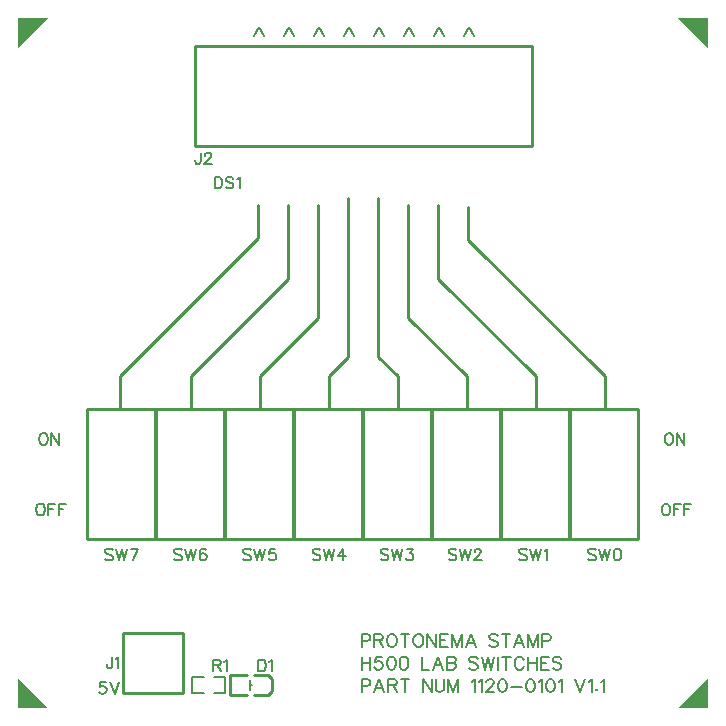
<source format=gto>
G04 Layer: TopSilkscreenLayer*
G04 Panelize: Stamp Hole, Column: 2, Row: 2, Board Size: 58.42mm x 58.42mm, Panelized Board Size: 120.84mm x 120.84mm*
G04 EasyEDA v6.5.34, 2023-08-03 19:46:35*
G04 af00140a598446819584b723e16838dc,5a6b42c53f6a479593ecc07194224c93,10*
G04 Gerber Generator version 0.2*
G04 Scale: 100 percent, Rotated: No, Reflected: No *
G04 Dimensions in millimeters *
G04 leading zeros omitted , absolute positions ,4 integer and 5 decimal *
%FSLAX45Y45*%
%MOMM*%

%ADD10C,0.1524*%
%ADD11C,0.2540*%
%ADD12C,0.2030*%

%LPD*%
D10*
X1995406Y5689490D02*
G01*
X2036554Y5762388D01*
X2077450Y5689490D01*
X2249406Y5689490D02*
G01*
X2290554Y5762388D01*
X2331448Y5689490D01*
X2503406Y5689490D02*
G01*
X2544554Y5762388D01*
X2585448Y5689490D01*
X2757406Y5689490D02*
G01*
X2798554Y5762388D01*
X2839448Y5689490D01*
X3011406Y5689490D02*
G01*
X3052554Y5762388D01*
X3093448Y5689490D01*
X3265406Y5689490D02*
G01*
X3306554Y5762388D01*
X3347448Y5689490D01*
X3519406Y5689490D02*
G01*
X3560554Y5762388D01*
X3601448Y5689490D01*
X1663694Y4495055D02*
G01*
X1663694Y4399551D01*
X1663694Y4495055D02*
G01*
X1695444Y4495055D01*
X1709160Y4490483D01*
X1718304Y4481339D01*
X1722876Y4472449D01*
X1727448Y4458733D01*
X1727448Y4436127D01*
X1722876Y4422411D01*
X1718304Y4413267D01*
X1709160Y4404123D01*
X1695444Y4399551D01*
X1663694Y4399551D01*
X1820920Y4481339D02*
G01*
X1811776Y4490483D01*
X1798314Y4495055D01*
X1780026Y4495055D01*
X1766310Y4490483D01*
X1757420Y4481339D01*
X1757420Y4472449D01*
X1761992Y4463305D01*
X1766310Y4458733D01*
X1775454Y4454161D01*
X1802886Y4445017D01*
X1811776Y4440445D01*
X1816348Y4436127D01*
X1820920Y4426983D01*
X1820920Y4413267D01*
X1811776Y4404123D01*
X1798314Y4399551D01*
X1780026Y4399551D01*
X1766310Y4404123D01*
X1757420Y4413267D01*
X1850892Y4477021D02*
G01*
X1860036Y4481339D01*
X1873752Y4495055D01*
X1873752Y4399551D01*
X3773406Y5689490D02*
G01*
X3814554Y5762388D01*
X3855448Y5689490D01*
X1544063Y4698227D02*
G01*
X1544063Y4625583D01*
X1539491Y4611867D01*
X1534919Y4607295D01*
X1525775Y4602723D01*
X1516885Y4602723D01*
X1507741Y4607295D01*
X1503169Y4611867D01*
X1498597Y4625583D01*
X1498597Y4634727D01*
X1578607Y4675621D02*
G01*
X1578607Y4680193D01*
X1583179Y4689083D01*
X1587751Y4693655D01*
X1596895Y4698227D01*
X1614929Y4698227D01*
X1624073Y4693655D01*
X1628645Y4689083D01*
X1633217Y4680193D01*
X1633217Y4671049D01*
X1628645Y4661905D01*
X1619501Y4648189D01*
X1574035Y4602723D01*
X1637789Y4602723D01*
X2556535Y1331970D02*
G01*
X2547391Y1340860D01*
X2533675Y1345432D01*
X2515641Y1345432D01*
X2501925Y1340860D01*
X2492781Y1331970D01*
X2492781Y1322826D01*
X2497353Y1313682D01*
X2501925Y1309110D01*
X2511069Y1304538D01*
X2538247Y1295394D01*
X2547391Y1291076D01*
X2551963Y1286504D01*
X2556535Y1277360D01*
X2556535Y1263644D01*
X2547391Y1254500D01*
X2533675Y1249928D01*
X2515641Y1249928D01*
X2501925Y1254500D01*
X2492781Y1263644D01*
X2586507Y1345432D02*
G01*
X2609367Y1249928D01*
X2631973Y1345432D02*
G01*
X2609367Y1249928D01*
X2631973Y1345432D02*
G01*
X2654579Y1249928D01*
X2677439Y1345432D02*
G01*
X2654579Y1249928D01*
X2752877Y1345432D02*
G01*
X2707411Y1281932D01*
X2775483Y1281932D01*
X2752877Y1345432D02*
G01*
X2752877Y1249928D01*
X179578Y1726435D02*
G01*
X170687Y1721863D01*
X161544Y1712973D01*
X156971Y1703829D01*
X152400Y1690113D01*
X152400Y1667507D01*
X156971Y1653791D01*
X161544Y1644647D01*
X170687Y1635503D01*
X179578Y1630931D01*
X197865Y1630931D01*
X207010Y1635503D01*
X216154Y1644647D01*
X220471Y1653791D01*
X225044Y1667507D01*
X225044Y1690113D01*
X220471Y1703829D01*
X216154Y1712973D01*
X207010Y1721863D01*
X197865Y1726435D01*
X179578Y1726435D01*
X255015Y1726435D02*
G01*
X255015Y1630931D01*
X255015Y1726435D02*
G01*
X314197Y1726435D01*
X255015Y1680969D02*
G01*
X291592Y1680969D01*
X344170Y1726435D02*
G01*
X344170Y1630931D01*
X344170Y1726435D02*
G01*
X403352Y1726435D01*
X344170Y1680969D02*
G01*
X380492Y1680969D01*
X204978Y2323332D02*
G01*
X196087Y2318760D01*
X186944Y2309870D01*
X182371Y2300726D01*
X177800Y2287010D01*
X177800Y2264404D01*
X182371Y2250688D01*
X186944Y2241544D01*
X196087Y2232400D01*
X204978Y2227828D01*
X223265Y2227828D01*
X232410Y2232400D01*
X241554Y2241544D01*
X245871Y2250688D01*
X250444Y2264404D01*
X250444Y2287010D01*
X245871Y2300726D01*
X241554Y2309870D01*
X232410Y2318760D01*
X223265Y2323332D01*
X204978Y2323332D01*
X280415Y2323332D02*
G01*
X280415Y2227828D01*
X280415Y2323332D02*
G01*
X344170Y2227828D01*
X344170Y2323332D02*
G01*
X344170Y2227828D01*
X5500857Y2323330D02*
G01*
X5491967Y2318758D01*
X5482823Y2309868D01*
X5478251Y2300724D01*
X5473679Y2287008D01*
X5473679Y2264402D01*
X5478251Y2250686D01*
X5482823Y2241542D01*
X5491967Y2232398D01*
X5500857Y2227826D01*
X5519145Y2227826D01*
X5528289Y2232398D01*
X5537433Y2241542D01*
X5541751Y2250686D01*
X5546323Y2264402D01*
X5546323Y2287008D01*
X5541751Y2300724D01*
X5537433Y2309868D01*
X5528289Y2318758D01*
X5519145Y2323330D01*
X5500857Y2323330D01*
X5576295Y2323330D02*
G01*
X5576295Y2227826D01*
X5576295Y2323330D02*
G01*
X5640049Y2227826D01*
X5640049Y2323330D02*
G01*
X5640049Y2227826D01*
X5475467Y1726488D02*
G01*
X5466577Y1721916D01*
X5457433Y1712772D01*
X5452861Y1703882D01*
X5448289Y1690166D01*
X5448289Y1667306D01*
X5452861Y1653844D01*
X5457433Y1644700D01*
X5466577Y1635556D01*
X5475467Y1630984D01*
X5493755Y1630984D01*
X5502899Y1635556D01*
X5511789Y1644700D01*
X5516361Y1653844D01*
X5520933Y1667306D01*
X5520933Y1690166D01*
X5516361Y1703882D01*
X5511789Y1712772D01*
X5502899Y1721916D01*
X5493755Y1726488D01*
X5475467Y1726488D01*
X5550905Y1726488D02*
G01*
X5550905Y1630984D01*
X5550905Y1726488D02*
G01*
X5610087Y1726488D01*
X5550905Y1681022D02*
G01*
X5587481Y1681022D01*
X5640059Y1726488D02*
G01*
X5640059Y1630984D01*
X5640059Y1726488D02*
G01*
X5699241Y1726488D01*
X5640059Y1681022D02*
G01*
X5676381Y1681022D01*
X3131565Y1331976D02*
G01*
X3122422Y1340865D01*
X3108706Y1345437D01*
X3090672Y1345437D01*
X3076956Y1340865D01*
X3067811Y1331976D01*
X3067811Y1322831D01*
X3072384Y1313687D01*
X3076956Y1309115D01*
X3086100Y1304544D01*
X3113277Y1295400D01*
X3122422Y1291081D01*
X3126993Y1286510D01*
X3131565Y1277365D01*
X3131565Y1263650D01*
X3122422Y1254505D01*
X3108706Y1249934D01*
X3090672Y1249934D01*
X3076956Y1254505D01*
X3067811Y1263650D01*
X3161538Y1345437D02*
G01*
X3184143Y1249934D01*
X3207004Y1345437D02*
G01*
X3184143Y1249934D01*
X3207004Y1345437D02*
G01*
X3229609Y1249934D01*
X3252470Y1345437D02*
G01*
X3229609Y1249934D01*
X3291586Y1345437D02*
G01*
X3341624Y1345437D01*
X3314191Y1309115D01*
X3327908Y1309115D01*
X3337052Y1304544D01*
X3341624Y1299971D01*
X3345941Y1286510D01*
X3345941Y1277365D01*
X3341624Y1263650D01*
X3332479Y1254505D01*
X3318763Y1249934D01*
X3305047Y1249934D01*
X3291586Y1254505D01*
X3287013Y1259078D01*
X3282441Y1268221D01*
X3708646Y1331973D02*
G01*
X3699502Y1340863D01*
X3685786Y1345435D01*
X3667752Y1345435D01*
X3654036Y1340863D01*
X3644892Y1331973D01*
X3644892Y1322829D01*
X3649464Y1313685D01*
X3654036Y1309113D01*
X3663180Y1304541D01*
X3690358Y1295397D01*
X3699502Y1291079D01*
X3704074Y1286507D01*
X3708646Y1277363D01*
X3708646Y1263647D01*
X3699502Y1254503D01*
X3685786Y1249931D01*
X3667752Y1249931D01*
X3654036Y1254503D01*
X3644892Y1263647D01*
X3738618Y1345435D02*
G01*
X3761224Y1249931D01*
X3784084Y1345435D02*
G01*
X3761224Y1249931D01*
X3784084Y1345435D02*
G01*
X3806690Y1249931D01*
X3829550Y1345435D02*
G01*
X3806690Y1249931D01*
X3864094Y1322829D02*
G01*
X3864094Y1327401D01*
X3868412Y1336291D01*
X3872984Y1340863D01*
X3882128Y1345435D01*
X3900416Y1345435D01*
X3909560Y1340863D01*
X3913878Y1336291D01*
X3918450Y1327401D01*
X3918450Y1318257D01*
X3913878Y1309113D01*
X3904988Y1295397D01*
X3859522Y1249931D01*
X3923022Y1249931D01*
X4305343Y1331973D02*
G01*
X4296453Y1340863D01*
X4282737Y1345435D01*
X4264449Y1345435D01*
X4250987Y1340863D01*
X4241843Y1331973D01*
X4241843Y1322829D01*
X4246415Y1313685D01*
X4250987Y1309113D01*
X4259877Y1304541D01*
X4287309Y1295397D01*
X4296453Y1291079D01*
X4300771Y1286507D01*
X4305343Y1277363D01*
X4305343Y1263647D01*
X4296453Y1254503D01*
X4282737Y1249931D01*
X4264449Y1249931D01*
X4250987Y1254503D01*
X4241843Y1263647D01*
X4335315Y1345435D02*
G01*
X4358175Y1249931D01*
X4380781Y1345435D02*
G01*
X4358175Y1249931D01*
X4380781Y1345435D02*
G01*
X4403641Y1249931D01*
X4426247Y1345435D02*
G01*
X4403641Y1249931D01*
X4456219Y1327401D02*
G01*
X4465363Y1331973D01*
X4479079Y1345435D01*
X4479079Y1249931D01*
X4889591Y1331973D02*
G01*
X4880447Y1340863D01*
X4866985Y1345435D01*
X4848697Y1345435D01*
X4834981Y1340863D01*
X4826091Y1331973D01*
X4826091Y1322829D01*
X4830409Y1313685D01*
X4834981Y1309113D01*
X4844125Y1304541D01*
X4871557Y1295397D01*
X4880447Y1291079D01*
X4885019Y1286507D01*
X4889591Y1277363D01*
X4889591Y1263647D01*
X4880447Y1254503D01*
X4866985Y1249931D01*
X4848697Y1249931D01*
X4834981Y1254503D01*
X4826091Y1263647D01*
X4919563Y1345435D02*
G01*
X4942423Y1249931D01*
X4965029Y1345435D02*
G01*
X4942423Y1249931D01*
X4965029Y1345435D02*
G01*
X4987889Y1249931D01*
X5010495Y1345435D02*
G01*
X4987889Y1249931D01*
X5067899Y1345435D02*
G01*
X5054183Y1340863D01*
X5045039Y1327401D01*
X5040467Y1304541D01*
X5040467Y1291079D01*
X5045039Y1268219D01*
X5054183Y1254503D01*
X5067899Y1249931D01*
X5076789Y1249931D01*
X5090505Y1254503D01*
X5099649Y1268219D01*
X5104221Y1291079D01*
X5104221Y1304541D01*
X5099649Y1327401D01*
X5090505Y1340863D01*
X5076789Y1345435D01*
X5067899Y1345435D01*
X1968571Y1331973D02*
G01*
X1959427Y1340863D01*
X1945965Y1345435D01*
X1927677Y1345435D01*
X1914215Y1340863D01*
X1905071Y1331973D01*
X1905071Y1322829D01*
X1909643Y1313685D01*
X1914215Y1309113D01*
X1923105Y1304541D01*
X1950537Y1295397D01*
X1959427Y1291079D01*
X1963999Y1286507D01*
X1968571Y1277363D01*
X1968571Y1263647D01*
X1959427Y1254503D01*
X1945965Y1249931D01*
X1927677Y1249931D01*
X1914215Y1254503D01*
X1905071Y1263647D01*
X1998543Y1345435D02*
G01*
X2021403Y1249931D01*
X2044009Y1345435D02*
G01*
X2021403Y1249931D01*
X2044009Y1345435D02*
G01*
X2066869Y1249931D01*
X2089475Y1345435D02*
G01*
X2066869Y1249931D01*
X2174057Y1345435D02*
G01*
X2128591Y1345435D01*
X2124019Y1304541D01*
X2128591Y1309113D01*
X2142307Y1313685D01*
X2156023Y1313685D01*
X2169485Y1309113D01*
X2178629Y1299969D01*
X2183201Y1286507D01*
X2183201Y1277363D01*
X2178629Y1263647D01*
X2169485Y1254503D01*
X2156023Y1249931D01*
X2142307Y1249931D01*
X2128591Y1254503D01*
X2124019Y1259075D01*
X2119447Y1268219D01*
X1384297Y1331973D02*
G01*
X1375407Y1340863D01*
X1361691Y1345435D01*
X1343403Y1345435D01*
X1329941Y1340863D01*
X1320797Y1331973D01*
X1320797Y1322829D01*
X1325369Y1313685D01*
X1329941Y1309113D01*
X1339085Y1304541D01*
X1366263Y1295397D01*
X1375407Y1291079D01*
X1379979Y1286507D01*
X1384297Y1277363D01*
X1384297Y1263647D01*
X1375407Y1254503D01*
X1361691Y1249931D01*
X1343403Y1249931D01*
X1329941Y1254503D01*
X1320797Y1263647D01*
X1414523Y1345435D02*
G01*
X1437129Y1249931D01*
X1459989Y1345435D02*
G01*
X1437129Y1249931D01*
X1459989Y1345435D02*
G01*
X1482595Y1249931D01*
X1505455Y1345435D02*
G01*
X1482595Y1249931D01*
X1589783Y1331973D02*
G01*
X1585211Y1340863D01*
X1571749Y1345435D01*
X1562605Y1345435D01*
X1548889Y1340863D01*
X1539999Y1327401D01*
X1535427Y1304541D01*
X1535427Y1281935D01*
X1539999Y1263647D01*
X1548889Y1254503D01*
X1562605Y1249931D01*
X1567177Y1249931D01*
X1580893Y1254503D01*
X1589783Y1263647D01*
X1594355Y1277363D01*
X1594355Y1281935D01*
X1589783Y1295397D01*
X1580893Y1304541D01*
X1567177Y1309113D01*
X1562605Y1309113D01*
X1548889Y1304541D01*
X1539999Y1295397D01*
X1535427Y1281935D01*
X800300Y1331973D02*
G01*
X791156Y1340863D01*
X777440Y1345435D01*
X759406Y1345435D01*
X745690Y1340863D01*
X736546Y1331973D01*
X736546Y1322829D01*
X741118Y1313685D01*
X745690Y1309113D01*
X754834Y1304541D01*
X782012Y1295397D01*
X791156Y1291079D01*
X795728Y1286507D01*
X800300Y1277363D01*
X800300Y1263647D01*
X791156Y1254503D01*
X777440Y1249931D01*
X759406Y1249931D01*
X745690Y1254503D01*
X736546Y1263647D01*
X830272Y1345435D02*
G01*
X852878Y1249931D01*
X875738Y1345435D02*
G01*
X852878Y1249931D01*
X875738Y1345435D02*
G01*
X898344Y1249931D01*
X921204Y1345435D02*
G01*
X898344Y1249931D01*
X1014676Y1345435D02*
G01*
X969210Y1249931D01*
X951176Y1345435D02*
G01*
X1014676Y1345435D01*
X2908294Y623315D02*
G01*
X2908294Y514350D01*
X2908294Y623315D02*
G01*
X2955030Y623315D01*
X2970524Y618236D01*
X2975858Y612902D01*
X2980938Y602487D01*
X2980938Y586994D01*
X2975858Y576579D01*
X2970524Y571500D01*
X2955030Y566165D01*
X2908294Y566165D01*
X3015228Y623315D02*
G01*
X3015228Y514350D01*
X3015228Y623315D02*
G01*
X3061964Y623315D01*
X3077712Y618236D01*
X3082792Y612902D01*
X3088126Y602487D01*
X3088126Y592073D01*
X3082792Y581660D01*
X3077712Y576579D01*
X3061964Y571500D01*
X3015228Y571500D01*
X3051804Y571500D02*
G01*
X3088126Y514350D01*
X3153404Y623315D02*
G01*
X3143244Y618236D01*
X3132830Y607821D01*
X3127496Y597407D01*
X3122416Y581660D01*
X3122416Y555752D01*
X3127496Y540257D01*
X3132830Y529844D01*
X3143244Y519429D01*
X3153404Y514350D01*
X3174232Y514350D01*
X3184646Y519429D01*
X3195060Y529844D01*
X3200394Y540257D01*
X3205474Y555752D01*
X3205474Y581660D01*
X3200394Y597407D01*
X3195060Y607821D01*
X3184646Y618236D01*
X3174232Y623315D01*
X3153404Y623315D01*
X3276086Y623315D02*
G01*
X3276086Y514350D01*
X3239764Y623315D02*
G01*
X3312408Y623315D01*
X3377940Y623315D02*
G01*
X3367526Y618236D01*
X3357112Y607821D01*
X3352032Y597407D01*
X3346698Y581660D01*
X3346698Y555752D01*
X3352032Y540257D01*
X3357112Y529844D01*
X3367526Y519429D01*
X3377940Y514350D01*
X3398768Y514350D01*
X3409182Y519429D01*
X3419596Y529844D01*
X3424676Y540257D01*
X3430010Y555752D01*
X3430010Y581660D01*
X3424676Y597407D01*
X3419596Y607821D01*
X3409182Y618236D01*
X3398768Y623315D01*
X3377940Y623315D01*
X3464300Y623315D02*
G01*
X3464300Y514350D01*
X3464300Y623315D02*
G01*
X3536944Y514350D01*
X3536944Y623315D02*
G01*
X3536944Y514350D01*
X3571234Y623315D02*
G01*
X3571234Y514350D01*
X3571234Y623315D02*
G01*
X3638798Y623315D01*
X3571234Y571500D02*
G01*
X3612890Y571500D01*
X3571234Y514350D02*
G01*
X3638798Y514350D01*
X3673088Y623315D02*
G01*
X3673088Y514350D01*
X3673088Y623315D02*
G01*
X3714744Y514350D01*
X3756146Y623315D02*
G01*
X3714744Y514350D01*
X3756146Y623315D02*
G01*
X3756146Y514350D01*
X3832092Y623315D02*
G01*
X3790436Y514350D01*
X3832092Y623315D02*
G01*
X3873494Y514350D01*
X3806184Y550671D02*
G01*
X3858000Y550671D01*
X4060692Y607821D02*
G01*
X4050278Y618236D01*
X4034784Y623315D01*
X4013956Y623315D01*
X3998208Y618236D01*
X3987794Y607821D01*
X3987794Y597407D01*
X3993128Y586994D01*
X3998208Y581660D01*
X4008622Y576579D01*
X4039864Y566165D01*
X4050278Y561086D01*
X4055358Y555752D01*
X4060692Y545337D01*
X4060692Y529844D01*
X4050278Y519429D01*
X4034784Y514350D01*
X4013956Y514350D01*
X3998208Y519429D01*
X3987794Y529844D01*
X4131304Y623315D02*
G01*
X4131304Y514350D01*
X4094982Y623315D02*
G01*
X4167626Y623315D01*
X4243572Y623315D02*
G01*
X4201916Y514350D01*
X4243572Y623315D02*
G01*
X4284974Y514350D01*
X4217664Y550671D02*
G01*
X4269480Y550671D01*
X4319264Y623315D02*
G01*
X4319264Y514350D01*
X4319264Y623315D02*
G01*
X4360920Y514350D01*
X4402576Y623315D02*
G01*
X4360920Y514350D01*
X4402576Y623315D02*
G01*
X4402576Y514350D01*
X4436866Y623315D02*
G01*
X4436866Y514350D01*
X4436866Y623315D02*
G01*
X4483602Y623315D01*
X4499096Y618236D01*
X4504430Y612902D01*
X4509510Y602487D01*
X4509510Y586994D01*
X4504430Y576579D01*
X4499096Y571500D01*
X4483602Y566165D01*
X4436866Y566165D01*
X2908294Y432815D02*
G01*
X2908294Y323850D01*
X2980938Y432815D02*
G01*
X2980938Y323850D01*
X2908294Y381000D02*
G01*
X2980938Y381000D01*
X3077712Y432815D02*
G01*
X3025642Y432815D01*
X3020562Y386079D01*
X3025642Y391160D01*
X3041390Y396494D01*
X3056884Y396494D01*
X3072378Y391160D01*
X3082792Y381000D01*
X3088126Y365252D01*
X3088126Y354837D01*
X3082792Y339344D01*
X3072378Y328929D01*
X3056884Y323850D01*
X3041390Y323850D01*
X3025642Y328929D01*
X3020562Y334010D01*
X3015228Y344423D01*
X3153404Y432815D02*
G01*
X3137910Y427736D01*
X3127496Y411987D01*
X3122416Y386079D01*
X3122416Y370586D01*
X3127496Y344423D01*
X3137910Y328929D01*
X3153404Y323850D01*
X3163818Y323850D01*
X3179566Y328929D01*
X3189980Y344423D01*
X3195060Y370586D01*
X3195060Y386079D01*
X3189980Y411987D01*
X3179566Y427736D01*
X3163818Y432815D01*
X3153404Y432815D01*
X3260592Y432815D02*
G01*
X3244844Y427736D01*
X3234684Y411987D01*
X3229350Y386079D01*
X3229350Y370586D01*
X3234684Y344423D01*
X3244844Y328929D01*
X3260592Y323850D01*
X3271006Y323850D01*
X3286500Y328929D01*
X3296914Y344423D01*
X3301994Y370586D01*
X3301994Y386079D01*
X3296914Y411987D01*
X3286500Y427736D01*
X3271006Y432815D01*
X3260592Y432815D01*
X3416294Y432815D02*
G01*
X3416294Y323850D01*
X3416294Y323850D02*
G01*
X3478778Y323850D01*
X3554724Y432815D02*
G01*
X3513068Y323850D01*
X3554724Y432815D02*
G01*
X3596126Y323850D01*
X3528562Y360171D02*
G01*
X3580632Y360171D01*
X3630416Y432815D02*
G01*
X3630416Y323850D01*
X3630416Y432815D02*
G01*
X3677152Y432815D01*
X3692900Y427736D01*
X3697980Y422402D01*
X3703314Y411987D01*
X3703314Y401573D01*
X3697980Y391160D01*
X3692900Y386079D01*
X3677152Y381000D01*
X3630416Y381000D02*
G01*
X3677152Y381000D01*
X3692900Y375665D01*
X3697980Y370586D01*
X3703314Y360171D01*
X3703314Y344423D01*
X3697980Y334010D01*
X3692900Y328929D01*
X3677152Y323850D01*
X3630416Y323850D01*
X3890258Y417321D02*
G01*
X3879844Y427736D01*
X3864350Y432815D01*
X3843522Y432815D01*
X3827774Y427736D01*
X3817614Y417321D01*
X3817614Y406907D01*
X3822694Y396494D01*
X3827774Y391160D01*
X3838188Y386079D01*
X3869430Y375665D01*
X3879844Y370586D01*
X3884924Y365252D01*
X3890258Y354837D01*
X3890258Y339344D01*
X3879844Y328929D01*
X3864350Y323850D01*
X3843522Y323850D01*
X3827774Y328929D01*
X3817614Y339344D01*
X3924548Y432815D02*
G01*
X3950456Y323850D01*
X3976364Y432815D02*
G01*
X3950456Y323850D01*
X3976364Y432815D02*
G01*
X4002526Y323850D01*
X4028434Y432815D02*
G01*
X4002526Y323850D01*
X4062724Y432815D02*
G01*
X4062724Y323850D01*
X4133336Y432815D02*
G01*
X4133336Y323850D01*
X4097014Y432815D02*
G01*
X4169658Y432815D01*
X4281926Y406907D02*
G01*
X4276846Y417321D01*
X4266432Y427736D01*
X4256018Y432815D01*
X4235190Y432815D01*
X4224776Y427736D01*
X4214362Y417321D01*
X4209282Y406907D01*
X4203948Y391160D01*
X4203948Y365252D01*
X4209282Y349757D01*
X4214362Y339344D01*
X4224776Y328929D01*
X4235190Y323850D01*
X4256018Y323850D01*
X4266432Y328929D01*
X4276846Y339344D01*
X4281926Y349757D01*
X4316216Y432815D02*
G01*
X4316216Y323850D01*
X4389114Y432815D02*
G01*
X4389114Y323850D01*
X4316216Y381000D02*
G01*
X4389114Y381000D01*
X4423404Y432815D02*
G01*
X4423404Y323850D01*
X4423404Y432815D02*
G01*
X4490714Y432815D01*
X4423404Y381000D02*
G01*
X4464806Y381000D01*
X4423404Y323850D02*
G01*
X4490714Y323850D01*
X4597902Y417321D02*
G01*
X4587488Y427736D01*
X4571994Y432815D01*
X4551166Y432815D01*
X4535418Y427736D01*
X4525004Y417321D01*
X4525004Y406907D01*
X4530338Y396494D01*
X4535418Y391160D01*
X4545832Y386079D01*
X4577074Y375665D01*
X4587488Y370586D01*
X4592568Y365252D01*
X4597902Y354837D01*
X4597902Y339344D01*
X4587488Y328929D01*
X4571994Y323850D01*
X4551166Y323850D01*
X4535418Y328929D01*
X4525004Y339344D01*
X2908294Y242315D02*
G01*
X2908294Y133350D01*
X2908294Y242315D02*
G01*
X2955030Y242315D01*
X2970524Y237236D01*
X2975858Y231902D01*
X2980938Y221487D01*
X2980938Y205994D01*
X2975858Y195579D01*
X2970524Y190500D01*
X2955030Y185165D01*
X2908294Y185165D01*
X3056884Y242315D02*
G01*
X3015228Y133350D01*
X3056884Y242315D02*
G01*
X3098540Y133350D01*
X3030976Y169671D02*
G01*
X3082792Y169671D01*
X3132830Y242315D02*
G01*
X3132830Y133350D01*
X3132830Y242315D02*
G01*
X3179566Y242315D01*
X3195060Y237236D01*
X3200394Y231902D01*
X3205474Y221487D01*
X3205474Y211073D01*
X3200394Y200660D01*
X3195060Y195579D01*
X3179566Y190500D01*
X3132830Y190500D01*
X3169152Y190500D02*
G01*
X3205474Y133350D01*
X3276086Y242315D02*
G01*
X3276086Y133350D01*
X3239764Y242315D02*
G01*
X3312408Y242315D01*
X3426708Y242315D02*
G01*
X3426708Y133350D01*
X3426708Y242315D02*
G01*
X3499606Y133350D01*
X3499606Y242315D02*
G01*
X3499606Y133350D01*
X3533896Y242315D02*
G01*
X3533896Y164337D01*
X3538976Y148844D01*
X3549390Y138429D01*
X3564884Y133350D01*
X3575298Y133350D01*
X3591046Y138429D01*
X3601460Y148844D01*
X3606540Y164337D01*
X3606540Y242315D01*
X3640830Y242315D02*
G01*
X3640830Y133350D01*
X3640830Y242315D02*
G01*
X3682486Y133350D01*
X3723888Y242315D02*
G01*
X3682486Y133350D01*
X3723888Y242315D02*
G01*
X3723888Y133350D01*
X3838188Y221487D02*
G01*
X3848602Y226821D01*
X3864350Y242315D01*
X3864350Y133350D01*
X3898640Y221487D02*
G01*
X3909054Y226821D01*
X3924548Y242315D01*
X3924548Y133350D01*
X3963918Y216407D02*
G01*
X3963918Y221487D01*
X3969252Y231902D01*
X3974332Y237236D01*
X3984746Y242315D01*
X4005574Y242315D01*
X4015988Y237236D01*
X4021068Y231902D01*
X4026402Y221487D01*
X4026402Y211073D01*
X4021068Y200660D01*
X4010654Y185165D01*
X3958838Y133350D01*
X4031482Y133350D01*
X4097014Y242315D02*
G01*
X4081520Y237236D01*
X4071106Y221487D01*
X4065772Y195579D01*
X4065772Y180086D01*
X4071106Y153923D01*
X4081520Y138429D01*
X4097014Y133350D01*
X4107428Y133350D01*
X4122922Y138429D01*
X4133336Y153923D01*
X4138670Y180086D01*
X4138670Y195579D01*
X4133336Y221487D01*
X4122922Y237236D01*
X4107428Y242315D01*
X4097014Y242315D01*
X4172960Y180086D02*
G01*
X4266432Y180086D01*
X4331964Y242315D02*
G01*
X4316216Y237236D01*
X4305802Y221487D01*
X4300722Y195579D01*
X4300722Y180086D01*
X4305802Y153923D01*
X4316216Y138429D01*
X4331964Y133350D01*
X4342124Y133350D01*
X4357872Y138429D01*
X4368286Y153923D01*
X4373366Y180086D01*
X4373366Y195579D01*
X4368286Y221487D01*
X4357872Y237236D01*
X4342124Y242315D01*
X4331964Y242315D01*
X4407656Y221487D02*
G01*
X4418070Y226821D01*
X4433564Y242315D01*
X4433564Y133350D01*
X4499096Y242315D02*
G01*
X4483602Y237236D01*
X4473188Y221487D01*
X4467854Y195579D01*
X4467854Y180086D01*
X4473188Y153923D01*
X4483602Y138429D01*
X4499096Y133350D01*
X4509510Y133350D01*
X4525004Y138429D01*
X4535418Y153923D01*
X4540752Y180086D01*
X4540752Y195579D01*
X4535418Y221487D01*
X4525004Y237236D01*
X4509510Y242315D01*
X4499096Y242315D01*
X4575042Y221487D02*
G01*
X4585456Y226821D01*
X4600950Y242315D01*
X4600950Y133350D01*
X4715250Y242315D02*
G01*
X4756906Y133350D01*
X4798308Y242315D02*
G01*
X4756906Y133350D01*
X4832598Y221487D02*
G01*
X4843012Y226821D01*
X4858760Y242315D01*
X4858760Y133350D01*
X4898130Y159257D02*
G01*
X4893050Y153923D01*
X4898130Y148844D01*
X4903464Y153923D01*
X4898130Y159257D01*
X4937754Y221487D02*
G01*
X4947914Y226821D01*
X4963662Y242315D01*
X4963662Y133350D01*
X794763Y431037D02*
G01*
X794763Y358394D01*
X790191Y344678D01*
X785619Y340105D01*
X776475Y335534D01*
X767585Y335534D01*
X758441Y340105D01*
X753869Y344678D01*
X749297Y358394D01*
X749297Y367537D01*
X824735Y413004D02*
G01*
X833879Y417576D01*
X847595Y431037D01*
X847595Y335534D01*
X740407Y215137D02*
G01*
X694941Y215137D01*
X690369Y174244D01*
X694941Y178815D01*
X708403Y183387D01*
X722119Y183387D01*
X735835Y178815D01*
X744979Y169671D01*
X749551Y156210D01*
X749551Y147065D01*
X744979Y133350D01*
X735835Y124205D01*
X722119Y119634D01*
X708403Y119634D01*
X694941Y124205D01*
X690369Y128778D01*
X685797Y137921D01*
X779523Y215137D02*
G01*
X815845Y119634D01*
X852167Y215137D02*
G01*
X815845Y119634D01*
X1650994Y405637D02*
G01*
X1650994Y310134D01*
X1650994Y405637D02*
G01*
X1691888Y405637D01*
X1705604Y401065D01*
X1710176Y396494D01*
X1714748Y387604D01*
X1714748Y378460D01*
X1710176Y369315D01*
X1705604Y364744D01*
X1691888Y360171D01*
X1650994Y360171D01*
X1682744Y360171D02*
G01*
X1714748Y310134D01*
X1744720Y387604D02*
G01*
X1753610Y392176D01*
X1767326Y405637D01*
X1767326Y310134D01*
X2031992Y405637D02*
G01*
X2031992Y310134D01*
X2031992Y405637D02*
G01*
X2063742Y405637D01*
X2077458Y401065D01*
X2086602Y392176D01*
X2091174Y383031D01*
X2095746Y369315D01*
X2095746Y346710D01*
X2091174Y332994D01*
X2086602Y323850D01*
X2077458Y314705D01*
X2063742Y310134D01*
X2031992Y310134D01*
X2125718Y387604D02*
G01*
X2134608Y392176D01*
X2148324Y405637D01*
X2148324Y310134D01*
G36*
X0Y5842000D02*
G01*
X0Y5588000D01*
X254000Y5842000D01*
G37*
G36*
X5588000Y5842000D02*
G01*
X5842000Y5588000D01*
X5842000Y5842000D01*
G37*
G36*
X0Y254000D02*
G01*
X0Y0D01*
X254000Y0D01*
G37*
G36*
X5842000Y254000D02*
G01*
X5588000Y0D01*
X5842000Y0D01*
G37*
D11*
X2032000Y4254500D02*
G01*
X2032000Y3975100D01*
X863600Y2806700D01*
X863600Y2540000D01*
X2286000Y4254500D02*
G01*
X2286000Y3632200D01*
X1460500Y2806700D01*
X1460500Y2527300D01*
X2540000Y4254500D02*
G01*
X2540000Y3302000D01*
X2044700Y2806700D01*
X2044700Y2527300D01*
X3302000Y4254500D02*
G01*
X3302000Y3302000D01*
X3797300Y2806700D01*
X3797300Y2527300D01*
X3556000Y4254500D02*
G01*
X3556000Y3632200D01*
X4381500Y2806700D01*
X4381500Y2527300D01*
X3810000Y4241800D02*
G01*
X3810000Y3962400D01*
X4965700Y2806700D01*
X4965700Y2527300D01*
X2628900Y2527300D02*
G01*
X2628900Y2806700D01*
X2794000Y2971800D01*
X2794000Y4318000D01*
X3213100Y2527300D02*
G01*
X3213100Y2806700D01*
X3048000Y2971800D01*
X3048000Y4318000D01*
D10*
X1570281Y256560D02*
G01*
X1474393Y256560D01*
X1474393Y124439D01*
X1570281Y124439D01*
X1655523Y256560D02*
G01*
X1751411Y256560D01*
X1751411Y124439D01*
X1655523Y124439D01*
D11*
X1791972Y276860D02*
G01*
X1791972Y104139D01*
X1791972Y104139D02*
G01*
X1939292Y104139D01*
X1791972Y276860D02*
G01*
X1939292Y276860D01*
X1997712Y104139D02*
G01*
X2114552Y104139D01*
X2000252Y276860D02*
G01*
X2114552Y276860D01*
X2114552Y276860D02*
G01*
X2150112Y241300D01*
X2150112Y139700D01*
X2114552Y104139D01*
D12*
X1960882Y231139D02*
G01*
X1960882Y152400D01*
X1960882Y191295D02*
G01*
X1978418Y191295D01*
D11*
X1496187Y5606592D02*
G01*
X4346194Y5606592D01*
X4346194Y4756581D01*
X1496187Y4756581D01*
X1496187Y5606592D01*
X2921000Y2527300D02*
G01*
X3496005Y2527300D01*
X3496005Y1427302D01*
X2921000Y1427302D01*
X2921000Y2527300D01*
X2336800Y2527300D02*
G01*
X2911805Y2527300D01*
X2911805Y1427302D01*
X2336800Y1427302D01*
X2336800Y2527300D01*
X3505200Y2527300D02*
G01*
X4080205Y2527300D01*
X4080205Y1427302D01*
X3505200Y1427302D01*
X3505200Y2527300D01*
X4089400Y2527300D02*
G01*
X4664405Y2527300D01*
X4664405Y1427302D01*
X4089400Y1427302D01*
X4089400Y2527300D01*
X4673600Y2527300D02*
G01*
X5248605Y2527300D01*
X5248605Y1427302D01*
X4673600Y1427302D01*
X4673600Y2527300D01*
X1752600Y2527300D02*
G01*
X2327605Y2527300D01*
X2327605Y1427302D01*
X1752600Y1427302D01*
X1752600Y2527300D01*
X1168400Y2527300D02*
G01*
X1743405Y2527300D01*
X1743405Y1427302D01*
X1168400Y1427302D01*
X1168400Y2527300D01*
X584200Y2527300D02*
G01*
X1159205Y2527300D01*
X1159205Y1427302D01*
X584200Y1427302D01*
X584200Y2527300D01*
X889000Y635000D02*
G01*
X1397000Y635000D01*
X1397000Y127000D01*
X889000Y127000D01*
X889000Y635000D01*
M02*

</source>
